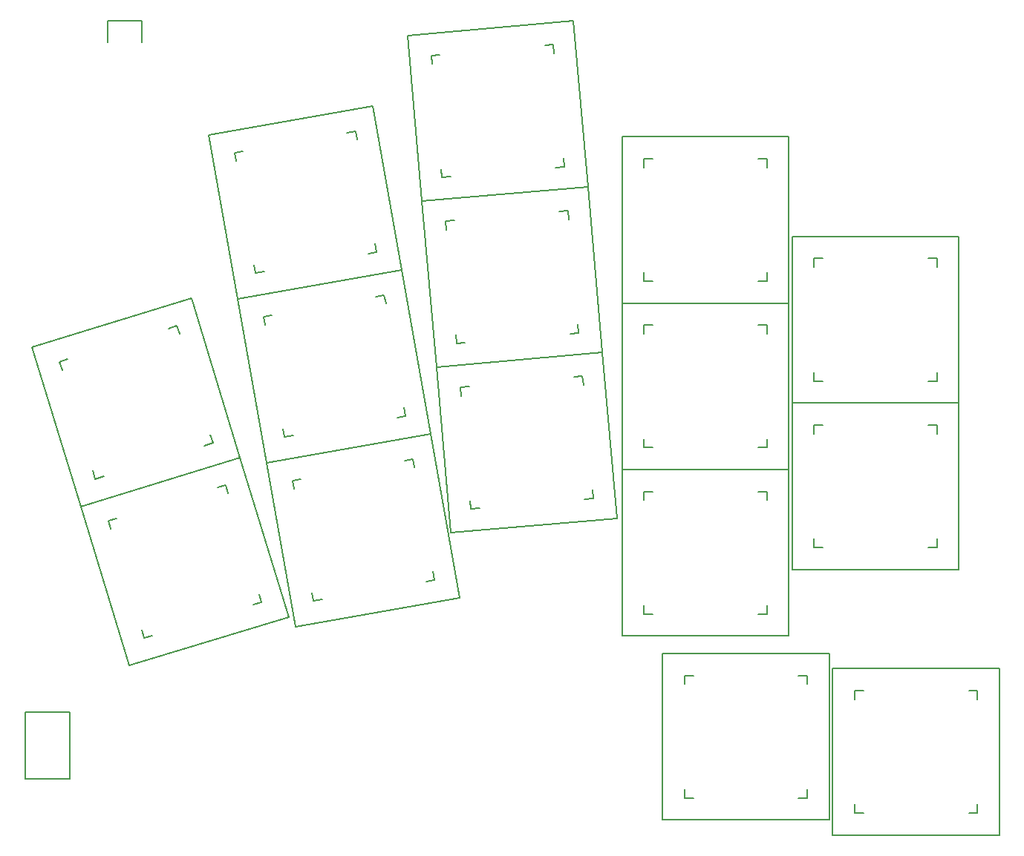
<source format=gbr>
%TF.GenerationSoftware,KiCad,Pcbnew,(6.0.4)*%
%TF.CreationDate,2022-09-04T01:45:43+02:00*%
%TF.ProjectId,wizza,77697a7a-612e-46b6-9963-61645f706362,v1.0.0*%
%TF.SameCoordinates,Original*%
%TF.FileFunction,OtherDrawing,Comment*%
%FSLAX46Y46*%
G04 Gerber Fmt 4.6, Leading zero omitted, Abs format (unit mm)*
G04 Created by KiCad (PCBNEW (6.0.4)) date 2022-09-04 01:45:43*
%MOMM*%
%LPD*%
G01*
G04 APERTURE LIST*
%ADD10C,0.150000*%
G04 APERTURE END LIST*
D10*
%TO.C,S13*%
X297515601Y-95386367D02*
X297515601Y-96386367D01*
X281015601Y-98886367D02*
X281015601Y-79886367D01*
X300015601Y-98886367D02*
X281015601Y-98886367D01*
X281015601Y-98886367D02*
X281015601Y-79886367D01*
X297515601Y-82386367D02*
X297515601Y-83386367D01*
X297515601Y-82386367D02*
X296515601Y-82386367D01*
X281015601Y-79886367D02*
X300015601Y-79886367D01*
X297515601Y-82386367D02*
X297515601Y-83386367D01*
X283515601Y-83386367D02*
X283515601Y-82386367D01*
X297515601Y-82386367D02*
X296515601Y-82386367D01*
X284515601Y-82386367D02*
X283515601Y-82386367D01*
X300015601Y-79886367D02*
X300015601Y-98886367D01*
X283515601Y-96386367D02*
X283515601Y-95386367D01*
X300015601Y-79886367D02*
X300015601Y-98886367D01*
X296515601Y-96386367D02*
X297515601Y-96386367D01*
X297515601Y-95386367D02*
X297515601Y-96386367D01*
X283515601Y-96386367D02*
X283515601Y-95386367D01*
X283515601Y-83386367D02*
X283515601Y-82386367D01*
X296515601Y-96386367D02*
X297515601Y-96386367D01*
X284515601Y-82386367D02*
X283515601Y-82386367D01*
X283515601Y-96386367D02*
X284515601Y-96386367D01*
X281015601Y-79886367D02*
X300015601Y-79886367D01*
X283515601Y-96386367D02*
X284515601Y-96386367D01*
X300015601Y-98886367D02*
X281015601Y-98886367D01*
%TO.C,S7*%
X256587121Y-89872795D02*
X256674277Y-90868990D01*
X240454954Y-94797546D02*
X238798995Y-75869847D01*
X259382653Y-93141587D02*
X240454954Y-94797546D01*
X240454954Y-94797546D02*
X238798995Y-75869847D01*
X255454097Y-76922264D02*
X255541252Y-77918459D01*
X255454097Y-76922264D02*
X254457902Y-77009420D01*
X238798995Y-75869847D02*
X257726694Y-74213888D01*
X255454097Y-76922264D02*
X255541252Y-77918459D01*
X241594527Y-79138639D02*
X241507371Y-78142444D01*
X255454097Y-76922264D02*
X254457902Y-77009420D01*
X242503566Y-78055289D02*
X241507371Y-78142444D01*
X257726694Y-74213888D02*
X259382653Y-93141587D01*
X242727551Y-92089170D02*
X242640396Y-91092975D01*
X257726694Y-74213888D02*
X259382653Y-93141587D01*
X255678082Y-90956145D02*
X256674277Y-90868990D01*
X256587121Y-89872795D02*
X256674277Y-90868990D01*
X242727551Y-92089170D02*
X242640396Y-91092975D01*
X241594527Y-79138639D02*
X241507371Y-78142444D01*
X255678082Y-90956145D02*
X256674277Y-90868990D01*
X242503566Y-78055289D02*
X241507371Y-78142444D01*
X242727551Y-92089170D02*
X243723746Y-92002014D01*
X238798995Y-75869847D02*
X257726694Y-74213888D01*
X242727551Y-92089170D02*
X243723746Y-92002014D01*
X259382653Y-93141587D02*
X240454954Y-94797546D01*
%TO.C,S8*%
X254931162Y-70945096D02*
X255018318Y-71941291D01*
X238798995Y-75869847D02*
X237143036Y-56942148D01*
X257726694Y-74213888D02*
X238798995Y-75869847D01*
X238798995Y-75869847D02*
X237143036Y-56942148D01*
X253798138Y-57994565D02*
X253885293Y-58990760D01*
X253798138Y-57994565D02*
X252801943Y-58081721D01*
X237143036Y-56942148D02*
X256070735Y-55286189D01*
X253798138Y-57994565D02*
X253885293Y-58990760D01*
X239938568Y-60210940D02*
X239851412Y-59214745D01*
X253798138Y-57994565D02*
X252801943Y-58081721D01*
X240847607Y-59127590D02*
X239851412Y-59214745D01*
X256070735Y-55286189D02*
X257726694Y-74213888D01*
X241071592Y-73161471D02*
X240984437Y-72165276D01*
X256070735Y-55286189D02*
X257726694Y-74213888D01*
X254022123Y-72028446D02*
X255018318Y-71941291D01*
X254931162Y-70945096D02*
X255018318Y-71941291D01*
X241071592Y-73161471D02*
X240984437Y-72165276D01*
X239938568Y-60210940D02*
X239851412Y-59214745D01*
X254022123Y-72028446D02*
X255018318Y-71941291D01*
X240847607Y-59127590D02*
X239851412Y-59214745D01*
X241071592Y-73161471D02*
X242067787Y-73074315D01*
X237143036Y-56942148D02*
X256070735Y-55286189D01*
X241071592Y-73161471D02*
X242067787Y-73074315D01*
X257726694Y-74213888D02*
X238798995Y-75869847D01*
%TO.C,S4*%
X236761964Y-99381806D02*
X236935613Y-100366614D01*
X221120405Y-105693828D02*
X217821090Y-86982481D01*
X239831752Y-102394513D02*
X221120405Y-105693828D01*
X221120405Y-105693828D02*
X217821090Y-86982481D01*
X234504538Y-86579305D02*
X234678186Y-87564113D01*
X234504538Y-86579305D02*
X233519730Y-86752954D01*
X217821090Y-86982481D02*
X236532437Y-83683166D01*
X234504538Y-86579305D02*
X234678186Y-87564113D01*
X220890878Y-89995188D02*
X220717229Y-89010380D01*
X234504538Y-86579305D02*
X233519730Y-86752954D01*
X221702037Y-88836732D02*
X220717229Y-89010380D01*
X236532437Y-83683166D02*
X239831752Y-102394513D01*
X223148304Y-102797689D02*
X222974656Y-101812881D01*
X236532437Y-83683166D02*
X239831752Y-102394513D01*
X235950805Y-100540262D02*
X236935613Y-100366614D01*
X236761964Y-99381806D02*
X236935613Y-100366614D01*
X223148304Y-102797689D02*
X222974656Y-101812881D01*
X220890878Y-89995188D02*
X220717229Y-89010380D01*
X235950805Y-100540262D02*
X236935613Y-100366614D01*
X221702037Y-88836732D02*
X220717229Y-89010380D01*
X223148304Y-102797689D02*
X224133112Y-102624040D01*
X217821090Y-86982481D02*
X236532437Y-83683166D01*
X223148304Y-102797689D02*
X224133112Y-102624040D01*
X239831752Y-102394513D02*
X221120405Y-105693828D01*
%TO.C,S1*%
X220214550Y-120680068D02*
X220506921Y-121636372D01*
X205458822Y-128851267D02*
X199903760Y-110681477D01*
X223628612Y-123296205D02*
X205458822Y-128851267D01*
X205458822Y-128851267D02*
X199903760Y-110681477D01*
X216413717Y-108248106D02*
X216706089Y-109204411D01*
X216413717Y-108248106D02*
X215457413Y-108540477D01*
X199903760Y-110681477D02*
X218073550Y-105126415D01*
X216413717Y-108248106D02*
X216706089Y-109204411D01*
X203317822Y-113297614D02*
X203025451Y-112341310D01*
X216413717Y-108248106D02*
X215457413Y-108540477D01*
X203981756Y-112048938D02*
X203025451Y-112341310D01*
X218073550Y-105126415D02*
X223628612Y-123296205D01*
X207118655Y-125729576D02*
X206826283Y-124773271D01*
X218073550Y-105126415D02*
X223628612Y-123296205D01*
X219550616Y-121928744D02*
X220506921Y-121636372D01*
X220214550Y-120680068D02*
X220506921Y-121636372D01*
X207118655Y-125729576D02*
X206826283Y-124773271D01*
X203317822Y-113297614D02*
X203025451Y-112341310D01*
X219550616Y-121928744D02*
X220506921Y-121636372D01*
X203981756Y-112048938D02*
X203025451Y-112341310D01*
X207118655Y-125729576D02*
X208074959Y-125437205D01*
X199903760Y-110681477D02*
X218073550Y-105126415D01*
X207118655Y-125729576D02*
X208074959Y-125437205D01*
X223628612Y-123296205D02*
X205458822Y-128851267D01*
%TO.C,S9*%
X278115601Y-121986367D02*
X278115601Y-122986367D01*
X261615601Y-125486367D02*
X261615601Y-106486367D01*
X280615601Y-125486367D02*
X261615601Y-125486367D01*
X261615601Y-125486367D02*
X261615601Y-106486367D01*
X278115601Y-108986367D02*
X278115601Y-109986367D01*
X278115601Y-108986367D02*
X277115601Y-108986367D01*
X261615601Y-106486367D02*
X280615601Y-106486367D01*
X278115601Y-108986367D02*
X278115601Y-109986367D01*
X264115601Y-109986367D02*
X264115601Y-108986367D01*
X278115601Y-108986367D02*
X277115601Y-108986367D01*
X265115601Y-108986367D02*
X264115601Y-108986367D01*
X280615601Y-106486367D02*
X280615601Y-125486367D01*
X264115601Y-122986367D02*
X264115601Y-121986367D01*
X280615601Y-106486367D02*
X280615601Y-125486367D01*
X277115601Y-122986367D02*
X278115601Y-122986367D01*
X278115601Y-121986367D02*
X278115601Y-122986367D01*
X264115601Y-122986367D02*
X264115601Y-121986367D01*
X264115601Y-109986367D02*
X264115601Y-108986367D01*
X277115601Y-122986367D02*
X278115601Y-122986367D01*
X265115601Y-108986367D02*
X264115601Y-108986367D01*
X264115601Y-122986367D02*
X265115601Y-122986367D01*
X261615601Y-106486367D02*
X280615601Y-106486367D01*
X264115601Y-122986367D02*
X265115601Y-122986367D01*
X280615601Y-125486367D02*
X261615601Y-125486367D01*
%TO.C,S12*%
X297515601Y-114386367D02*
X297515601Y-115386367D01*
X281015601Y-117886367D02*
X281015601Y-98886367D01*
X300015601Y-117886367D02*
X281015601Y-117886367D01*
X281015601Y-117886367D02*
X281015601Y-98886367D01*
X297515601Y-101386367D02*
X297515601Y-102386367D01*
X297515601Y-101386367D02*
X296515601Y-101386367D01*
X281015601Y-98886367D02*
X300015601Y-98886367D01*
X297515601Y-101386367D02*
X297515601Y-102386367D01*
X283515601Y-102386367D02*
X283515601Y-101386367D01*
X297515601Y-101386367D02*
X296515601Y-101386367D01*
X284515601Y-101386367D02*
X283515601Y-101386367D01*
X300015601Y-98886367D02*
X300015601Y-117886367D01*
X283515601Y-115386367D02*
X283515601Y-114386367D01*
X300015601Y-98886367D02*
X300015601Y-117886367D01*
X296515601Y-115386367D02*
X297515601Y-115386367D01*
X297515601Y-114386367D02*
X297515601Y-115386367D01*
X283515601Y-115386367D02*
X283515601Y-114386367D01*
X283515601Y-102386367D02*
X283515601Y-101386367D01*
X296515601Y-115386367D02*
X297515601Y-115386367D01*
X284515601Y-101386367D02*
X283515601Y-101386367D01*
X283515601Y-115386367D02*
X284515601Y-115386367D01*
X281015601Y-98886367D02*
X300015601Y-98886367D01*
X283515601Y-115386367D02*
X284515601Y-115386367D01*
X300015601Y-117886367D02*
X281015601Y-117886367D01*
%TO.C,S14*%
X282740601Y-142986367D02*
X282740601Y-143986367D01*
X266240601Y-146486367D02*
X266240601Y-127486367D01*
X285240601Y-146486367D02*
X266240601Y-146486367D01*
X266240601Y-146486367D02*
X266240601Y-127486367D01*
X282740601Y-129986367D02*
X282740601Y-130986367D01*
X282740601Y-129986367D02*
X281740601Y-129986367D01*
X266240601Y-127486367D02*
X285240601Y-127486367D01*
X282740601Y-129986367D02*
X282740601Y-130986367D01*
X268740601Y-130986367D02*
X268740601Y-129986367D01*
X282740601Y-129986367D02*
X281740601Y-129986367D01*
X269740601Y-129986367D02*
X268740601Y-129986367D01*
X285240601Y-127486367D02*
X285240601Y-146486367D01*
X268740601Y-143986367D02*
X268740601Y-142986367D01*
X285240601Y-127486367D02*
X285240601Y-146486367D01*
X281740601Y-143986367D02*
X282740601Y-143986367D01*
X282740601Y-142986367D02*
X282740601Y-143986367D01*
X268740601Y-143986367D02*
X268740601Y-142986367D01*
X268740601Y-130986367D02*
X268740601Y-129986367D01*
X281740601Y-143986367D02*
X282740601Y-143986367D01*
X269740601Y-129986367D02*
X268740601Y-129986367D01*
X268740601Y-143986367D02*
X269740601Y-143986367D01*
X266240601Y-127486367D02*
X285240601Y-127486367D01*
X268740601Y-143986367D02*
X269740601Y-143986367D01*
X285240601Y-146486367D02*
X266240601Y-146486367D01*
%TO.C,S3*%
X240061280Y-118093153D02*
X240234929Y-119077961D01*
X224419721Y-124405175D02*
X221120406Y-105693828D01*
X243131068Y-121105860D02*
X224419721Y-124405175D01*
X224419721Y-124405175D02*
X221120406Y-105693828D01*
X237803854Y-105290652D02*
X237977502Y-106275460D01*
X237803854Y-105290652D02*
X236819046Y-105464301D01*
X221120406Y-105693828D02*
X239831753Y-102394513D01*
X237803854Y-105290652D02*
X237977502Y-106275460D01*
X224190194Y-108706535D02*
X224016545Y-107721727D01*
X237803854Y-105290652D02*
X236819046Y-105464301D01*
X225001353Y-107548079D02*
X224016545Y-107721727D01*
X239831753Y-102394513D02*
X243131068Y-121105860D01*
X226447620Y-121509036D02*
X226273972Y-120524228D01*
X239831753Y-102394513D02*
X243131068Y-121105860D01*
X239250121Y-119251609D02*
X240234929Y-119077961D01*
X240061280Y-118093153D02*
X240234929Y-119077961D01*
X226447620Y-121509036D02*
X226273972Y-120524228D01*
X224190194Y-108706535D02*
X224016545Y-107721727D01*
X239250121Y-119251609D02*
X240234929Y-119077961D01*
X225001353Y-107548079D02*
X224016545Y-107721727D01*
X226447620Y-121509036D02*
X227432428Y-121335387D01*
X221120406Y-105693828D02*
X239831753Y-102394513D01*
X226447620Y-121509036D02*
X227432428Y-121335387D01*
X243131068Y-121105860D02*
X224419721Y-124405175D01*
%TO.C,S6*%
X258243081Y-108800494D02*
X258330237Y-109796689D01*
X242110914Y-113725245D02*
X240454955Y-94797546D01*
X261038613Y-112069286D02*
X242110914Y-113725245D01*
X242110914Y-113725245D02*
X240454955Y-94797546D01*
X257110057Y-95849963D02*
X257197212Y-96846158D01*
X257110057Y-95849963D02*
X256113862Y-95937119D01*
X240454955Y-94797546D02*
X259382654Y-93141587D01*
X257110057Y-95849963D02*
X257197212Y-96846158D01*
X243250487Y-98066338D02*
X243163331Y-97070143D01*
X257110057Y-95849963D02*
X256113862Y-95937119D01*
X244159526Y-96982988D02*
X243163331Y-97070143D01*
X259382654Y-93141587D02*
X261038613Y-112069286D01*
X244383511Y-111016869D02*
X244296356Y-110020674D01*
X259382654Y-93141587D02*
X261038613Y-112069286D01*
X257334042Y-109883844D02*
X258330237Y-109796689D01*
X258243081Y-108800494D02*
X258330237Y-109796689D01*
X244383511Y-111016869D02*
X244296356Y-110020674D01*
X243250487Y-98066338D02*
X243163331Y-97070143D01*
X257334042Y-109883844D02*
X258330237Y-109796689D01*
X244159526Y-96982988D02*
X243163331Y-97070143D01*
X244383511Y-111016869D02*
X245379706Y-110929713D01*
X240454955Y-94797546D02*
X259382654Y-93141587D01*
X244383511Y-111016869D02*
X245379706Y-110929713D01*
X261038613Y-112069286D02*
X242110914Y-113725245D01*
%TO.C,S15*%
X302140601Y-144696367D02*
X302140601Y-145696367D01*
X285640601Y-148196367D02*
X285640601Y-129196367D01*
X304640601Y-148196367D02*
X285640601Y-148196367D01*
X285640601Y-148196367D02*
X285640601Y-129196367D01*
X302140601Y-131696367D02*
X302140601Y-132696367D01*
X302140601Y-131696367D02*
X301140601Y-131696367D01*
X285640601Y-129196367D02*
X304640601Y-129196367D01*
X302140601Y-131696367D02*
X302140601Y-132696367D01*
X288140601Y-132696367D02*
X288140601Y-131696367D01*
X302140601Y-131696367D02*
X301140601Y-131696367D01*
X289140601Y-131696367D02*
X288140601Y-131696367D01*
X304640601Y-129196367D02*
X304640601Y-148196367D01*
X288140601Y-145696367D02*
X288140601Y-144696367D01*
X304640601Y-129196367D02*
X304640601Y-148196367D01*
X301140601Y-145696367D02*
X302140601Y-145696367D01*
X302140601Y-144696367D02*
X302140601Y-145696367D01*
X288140601Y-145696367D02*
X288140601Y-144696367D01*
X288140601Y-132696367D02*
X288140601Y-131696367D01*
X301140601Y-145696367D02*
X302140601Y-145696367D01*
X289140601Y-131696367D02*
X288140601Y-131696367D01*
X288140601Y-145696367D02*
X289140601Y-145696367D01*
X285640601Y-129196367D02*
X304640601Y-129196367D01*
X288140601Y-145696367D02*
X289140601Y-145696367D01*
X304640601Y-148196367D02*
X285640601Y-148196367D01*
%TO.C,S11*%
X278115601Y-83986367D02*
X278115601Y-84986367D01*
X261615601Y-87486367D02*
X261615601Y-68486367D01*
X280615601Y-87486367D02*
X261615601Y-87486367D01*
X261615601Y-87486367D02*
X261615601Y-68486367D01*
X278115601Y-70986367D02*
X278115601Y-71986367D01*
X278115601Y-70986367D02*
X277115601Y-70986367D01*
X261615601Y-68486367D02*
X280615601Y-68486367D01*
X278115601Y-70986367D02*
X278115601Y-71986367D01*
X264115601Y-71986367D02*
X264115601Y-70986367D01*
X278115601Y-70986367D02*
X277115601Y-70986367D01*
X265115601Y-70986367D02*
X264115601Y-70986367D01*
X280615601Y-68486367D02*
X280615601Y-87486367D01*
X264115601Y-84986367D02*
X264115601Y-83986367D01*
X280615601Y-68486367D02*
X280615601Y-87486367D01*
X277115601Y-84986367D02*
X278115601Y-84986367D01*
X278115601Y-83986367D02*
X278115601Y-84986367D01*
X264115601Y-84986367D02*
X264115601Y-83986367D01*
X264115601Y-71986367D02*
X264115601Y-70986367D01*
X277115601Y-84986367D02*
X278115601Y-84986367D01*
X265115601Y-70986367D02*
X264115601Y-70986367D01*
X264115601Y-84986367D02*
X265115601Y-84986367D01*
X261615601Y-68486367D02*
X280615601Y-68486367D01*
X264115601Y-84986367D02*
X265115601Y-84986367D01*
X280615601Y-87486367D02*
X261615601Y-87486367D01*
%TO.C,S2*%
X214659487Y-102510277D02*
X214951858Y-103466581D01*
X199903759Y-110681476D02*
X194348697Y-92511686D01*
X218073549Y-105126414D02*
X199903759Y-110681476D01*
X199903759Y-110681476D02*
X194348697Y-92511686D01*
X210858654Y-90078315D02*
X211151026Y-91034620D01*
X210858654Y-90078315D02*
X209902350Y-90370686D01*
X194348697Y-92511686D02*
X212518487Y-86956624D01*
X210858654Y-90078315D02*
X211151026Y-91034620D01*
X197762759Y-95127823D02*
X197470388Y-94171519D01*
X210858654Y-90078315D02*
X209902350Y-90370686D01*
X198426693Y-93879147D02*
X197470388Y-94171519D01*
X212518487Y-86956624D02*
X218073549Y-105126414D01*
X201563592Y-107559785D02*
X201271220Y-106603480D01*
X212518487Y-86956624D02*
X218073549Y-105126414D01*
X213995553Y-103758953D02*
X214951858Y-103466581D01*
X214659487Y-102510277D02*
X214951858Y-103466581D01*
X201563592Y-107559785D02*
X201271220Y-106603480D01*
X197762759Y-95127823D02*
X197470388Y-94171519D01*
X213995553Y-103758953D02*
X214951858Y-103466581D01*
X198426693Y-93879147D02*
X197470388Y-94171519D01*
X201563592Y-107559785D02*
X202519896Y-107267414D01*
X194348697Y-92511686D02*
X212518487Y-86956624D01*
X201563592Y-107559785D02*
X202519896Y-107267414D01*
X218073549Y-105126414D02*
X199903759Y-110681476D01*
%TO.C,S5*%
X233462649Y-80670459D02*
X233636298Y-81655267D01*
X217821090Y-86982481D02*
X214521775Y-68271134D01*
X236532437Y-83683166D02*
X217821090Y-86982481D01*
X217821090Y-86982481D02*
X214521775Y-68271134D01*
X231205223Y-67867958D02*
X231378871Y-68852766D01*
X231205223Y-67867958D02*
X230220415Y-68041607D01*
X214521775Y-68271134D02*
X233233122Y-64971819D01*
X231205223Y-67867958D02*
X231378871Y-68852766D01*
X217591563Y-71283841D02*
X217417914Y-70299033D01*
X231205223Y-67867958D02*
X230220415Y-68041607D01*
X218402722Y-70125385D02*
X217417914Y-70299033D01*
X233233122Y-64971819D02*
X236532437Y-83683166D01*
X219848989Y-84086342D02*
X219675341Y-83101534D01*
X233233122Y-64971819D02*
X236532437Y-83683166D01*
X232651490Y-81828915D02*
X233636298Y-81655267D01*
X233462649Y-80670459D02*
X233636298Y-81655267D01*
X219848989Y-84086342D02*
X219675341Y-83101534D01*
X217591563Y-71283841D02*
X217417914Y-70299033D01*
X232651490Y-81828915D02*
X233636298Y-81655267D01*
X218402722Y-70125385D02*
X217417914Y-70299033D01*
X219848989Y-84086342D02*
X220833797Y-83912693D01*
X214521775Y-68271134D02*
X233233122Y-64971819D01*
X219848989Y-84086342D02*
X220833797Y-83912693D01*
X236532437Y-83683166D02*
X217821090Y-86982481D01*
%TO.C,S10*%
X278115601Y-102986367D02*
X278115601Y-103986367D01*
X261615601Y-106486367D02*
X261615601Y-87486367D01*
X280615601Y-106486367D02*
X261615601Y-106486367D01*
X261615601Y-106486367D02*
X261615601Y-87486367D01*
X278115601Y-89986367D02*
X278115601Y-90986367D01*
X278115601Y-89986367D02*
X277115601Y-89986367D01*
X261615601Y-87486367D02*
X280615601Y-87486367D01*
X278115601Y-89986367D02*
X278115601Y-90986367D01*
X264115601Y-90986367D02*
X264115601Y-89986367D01*
X278115601Y-89986367D02*
X277115601Y-89986367D01*
X265115601Y-89986367D02*
X264115601Y-89986367D01*
X280615601Y-87486367D02*
X280615601Y-106486367D01*
X264115601Y-103986367D02*
X264115601Y-102986367D01*
X280615601Y-87486367D02*
X280615601Y-106486367D01*
X277115601Y-103986367D02*
X278115601Y-103986367D01*
X278115601Y-102986367D02*
X278115601Y-103986367D01*
X264115601Y-103986367D02*
X264115601Y-102986367D01*
X264115601Y-90986367D02*
X264115601Y-89986367D01*
X277115601Y-103986367D02*
X278115601Y-103986367D01*
X265115601Y-89986367D02*
X264115601Y-89986367D01*
X264115601Y-103986367D02*
X265115601Y-103986367D01*
X261615601Y-87486367D02*
X280615601Y-87486367D01*
X264115601Y-103986367D02*
X265115601Y-103986367D01*
X280615601Y-106486367D02*
X261615601Y-106486367D01*
%TO.C,MCU1*%
X193548000Y-134182523D02*
X198628000Y-134182523D01*
X198628000Y-134182523D02*
X198628000Y-141802523D01*
X198628000Y-134144000D02*
X198628000Y-141764000D01*
X193548000Y-134144000D02*
X198628000Y-134144000D01*
X193548000Y-141764000D02*
X193548000Y-134144000D01*
X198628000Y-141802523D02*
X193548000Y-141802523D01*
X198628000Y-141764000D02*
X193548000Y-141764000D01*
%TO.C,T2*%
X206900615Y-55256416D02*
X206900615Y-57756416D01*
X203000615Y-55256416D02*
X206900615Y-55256416D01*
X203000615Y-57756416D02*
X203000615Y-55256416D01*
%TO.C,T1*%
X206900615Y-55256416D02*
X206900615Y-57756416D01*
X203000615Y-57756416D02*
X203000615Y-55256416D01*
X203000615Y-55256416D02*
X206900615Y-55256416D01*
%TD*%
M02*

</source>
